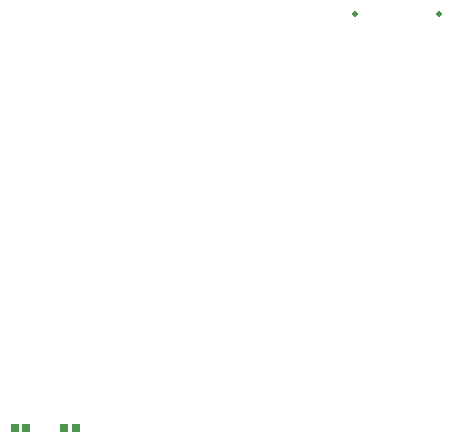
<source format=gtp>
G04*
G04 #@! TF.GenerationSoftware,Altium Limited,Altium Designer,21.9.1 (22)*
G04*
G04 Layer_Color=8421504*
%FSLAX25Y25*%
%MOIN*%
G70*
G04*
G04 #@! TF.SameCoordinates,3683F5DD-B2EF-4FE9-AD71-088996B23F6A*
G04*
G04*
G04 #@! TF.FilePolarity,Positive*
G04*
G01*
G75*
%ADD13C,0.02000*%
%ADD14R,0.02756X0.02559*%
D13*
X940500Y830000D02*
D03*
X912500D02*
D03*
D14*
X802870Y692000D02*
D03*
X799130D02*
D03*
X819370D02*
D03*
X815630D02*
D03*
M02*

</source>
